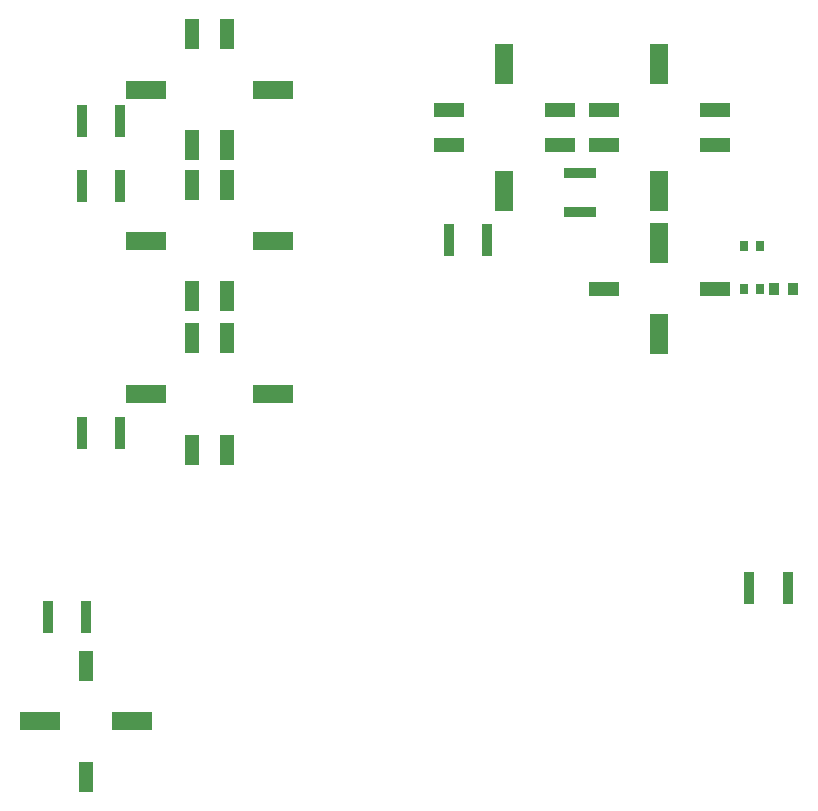
<source format=gtp>
G04*
G04 #@! TF.GenerationSoftware,Altium Limited,Altium Designer,25.5.2 (35)*
G04*
G04 Layer_Color=8421504*
%FSLAX44Y44*%
%MOMM*%
G71*
G04*
G04 #@! TF.SameCoordinates,F72C58DA-7479-44D0-9E82-083B63CA5D52*
G04*
G04*
G04 #@! TF.FilePolarity,Positive*
G04*
G01*
G75*
%ADD15R,2.5400X1.2700*%
%ADD16R,1.6500X3.4300*%
%ADD17R,0.9000X1.0500*%
%ADD18R,0.8000X0.9500*%
%ADD19R,1.2700X2.5400*%
%ADD20R,3.4300X1.6500*%
%ADD21R,0.9542X2.7062*%
%ADD22R,2.7062X0.9542*%
D15*
X834251Y726249D02*
D03*
X740251Y756249D02*
D03*
Y726249D02*
D03*
X834251Y756249D02*
D03*
X609251D02*
D03*
X703251Y726249D02*
D03*
X609251D02*
D03*
X703251Y756249D02*
D03*
X740250Y605000D02*
D03*
X834250D02*
D03*
D16*
X787251Y795099D02*
D03*
Y687399D02*
D03*
X656251Y795099D02*
D03*
Y687399D02*
D03*
X787250Y643850D02*
D03*
Y566150D02*
D03*
D17*
X884750Y604250D02*
D03*
X900750D02*
D03*
D18*
X872500D02*
D03*
X859500D02*
D03*
X859500Y640750D02*
D03*
X872500D02*
D03*
D19*
X391751Y726501D02*
D03*
X421751Y820501D02*
D03*
Y726501D02*
D03*
X391751Y820501D02*
D03*
X391749Y692499D02*
D03*
Y598499D02*
D03*
X421749Y692499D02*
D03*
Y598499D02*
D03*
X391751Y562750D02*
D03*
X301750Y191750D02*
D03*
X391751Y468750D02*
D03*
X421751Y562750D02*
D03*
Y468750D02*
D03*
X301750Y285750D02*
D03*
D20*
X352901Y773501D02*
D03*
X460601D02*
D03*
X352899Y645499D02*
D03*
X460599D02*
D03*
X352901Y515750D02*
D03*
X460601D02*
D03*
X340600Y238750D02*
D03*
X262900D02*
D03*
D21*
X896250Y351250D02*
D03*
X298750Y692000D02*
D03*
X641750Y646500D02*
D03*
X298750Y482500D02*
D03*
Y746750D02*
D03*
X269750Y327250D02*
D03*
X331250Y482500D02*
D03*
X863750Y351250D02*
D03*
X609250Y646500D02*
D03*
X331250Y692000D02*
D03*
Y746750D02*
D03*
X302250Y327250D02*
D03*
D22*
X720000Y670000D02*
D03*
Y702500D02*
D03*
M02*

</source>
